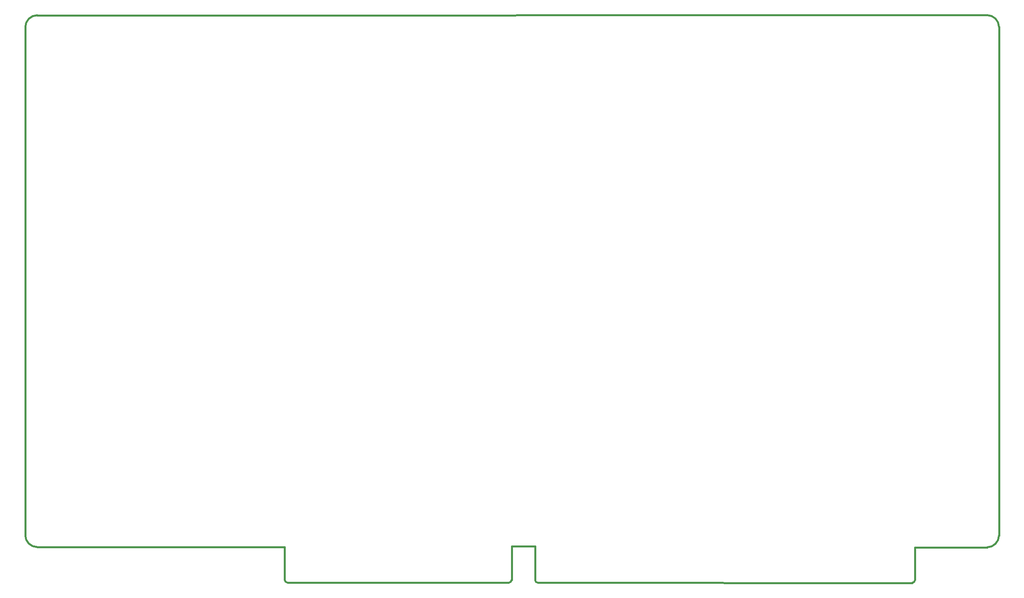
<source format=gbr>
%TF.GenerationSoftware,KiCad,Pcbnew,8.0.4*%
%TF.CreationDate,2024-08-03T13:22:42-04:00*%
%TF.ProjectId,386sxEmbedded,33383673-7845-46d6-9265-646465642e6b,rev?*%
%TF.SameCoordinates,Original*%
%TF.FileFunction,Profile,NP*%
%FSLAX46Y46*%
G04 Gerber Fmt 4.6, Leading zero omitted, Abs format (unit mm)*
G04 Created by KiCad (PCBNEW 8.0.4) date 2024-08-03 13:22:42*
%MOMM*%
%LPD*%
G01*
G04 APERTURE LIST*
%TA.AperFunction,Profile*%
%ADD10C,0.381000*%
%TD*%
G04 APERTURE END LIST*
D10*
X143849013Y-150705987D02*
X223970000Y-150725000D01*
X90210000Y-150680000D02*
X137550987Y-150700000D01*
X143849013Y-150705987D02*
G75*
G02*
X143214013Y-150070987I-13J634987D01*
G01*
X242590000Y-31565000D02*
X242590000Y-140560000D01*
X138185987Y-150065000D02*
G75*
G02*
X137550987Y-150699987I-634987J0D01*
G01*
X138200000Y-142900000D02*
X143200000Y-142900000D01*
X224605000Y-143105000D02*
X240050000Y-143100000D01*
X36540000Y-143043949D02*
G75*
G02*
X33999951Y-140503949I0J2540049D01*
G01*
X224605000Y-143105000D02*
X224605000Y-150090000D01*
X90210000Y-150680000D02*
G75*
G02*
X89575000Y-150045000I0J635000D01*
G01*
X224605000Y-150090000D02*
G75*
G02*
X223970000Y-150725000I-635000J0D01*
G01*
X34000000Y-140503949D02*
X34016051Y-31591051D01*
X34016051Y-31591051D02*
G75*
G02*
X36556051Y-29051051I2539999J1D01*
G01*
X240050000Y-29025000D02*
G75*
G02*
X242590000Y-31565000I0J-2540000D01*
G01*
X242590000Y-140560000D02*
G75*
G02*
X240050000Y-143100000I-2540000J0D01*
G01*
X89575000Y-143060000D02*
X89575000Y-150045000D01*
X36556051Y-29051051D02*
X240050000Y-29025000D01*
X36540000Y-143043949D02*
X89575000Y-143060000D01*
X138185987Y-150065000D02*
X138200000Y-142900000D01*
X143214013Y-150070987D02*
X143200000Y-142900000D01*
M02*

</source>
